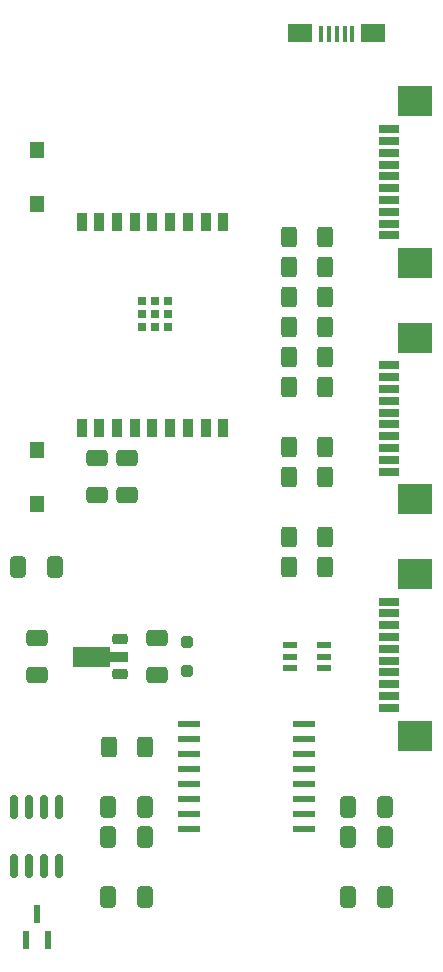
<source format=gbr>
%TF.GenerationSoftware,KiCad,Pcbnew,8.0.6-8.0.6-0~ubuntu24.04.1*%
%TF.CreationDate,2024-12-11T21:38:52+03:00*%
%TF.ProjectId,PM-ESPC3,504d2d45-5350-4433-932e-6b696361645f,rev?*%
%TF.SameCoordinates,Original*%
%TF.FileFunction,Paste,Top*%
%TF.FilePolarity,Positive*%
%FSLAX46Y46*%
G04 Gerber Fmt 4.6, Leading zero omitted, Abs format (unit mm)*
G04 Created by KiCad (PCBNEW 8.0.6-8.0.6-0~ubuntu24.04.1) date 2024-12-11 21:38:52*
%MOMM*%
%LPD*%
G01*
G04 APERTURE LIST*
G04 Aperture macros list*
%AMRoundRect*
0 Rectangle with rounded corners*
0 $1 Rounding radius*
0 $2 $3 $4 $5 $6 $7 $8 $9 X,Y pos of 4 corners*
0 Add a 4 corners polygon primitive as box body*
4,1,4,$2,$3,$4,$5,$6,$7,$8,$9,$2,$3,0*
0 Add four circle primitives for the rounded corners*
1,1,$1+$1,$2,$3*
1,1,$1+$1,$4,$5*
1,1,$1+$1,$6,$7*
1,1,$1+$1,$8,$9*
0 Add four rect primitives between the rounded corners*
20,1,$1+$1,$2,$3,$4,$5,0*
20,1,$1+$1,$4,$5,$6,$7,0*
20,1,$1+$1,$6,$7,$8,$9,0*
20,1,$1+$1,$8,$9,$2,$3,0*%
%AMFreePoly0*
4,1,9,3.862500,-0.866500,0.737500,-0.866500,0.737500,-0.450000,-0.737500,-0.450000,-0.737500,0.450000,0.737500,0.450000,0.737500,0.866500,3.862500,0.866500,3.862500,-0.866500,3.862500,-0.866500,$1*%
G04 Aperture macros list end*
%ADD10RoundRect,0.250000X-0.400000X-0.625000X0.400000X-0.625000X0.400000X0.625000X-0.400000X0.625000X0*%
%ADD11R,1.244600X1.346200*%
%ADD12R,0.889000X1.498600*%
%ADD13R,0.711200X0.711200*%
%ADD14RoundRect,0.250000X-0.412500X-0.650000X0.412500X-0.650000X0.412500X0.650000X-0.412500X0.650000X0*%
%ADD15RoundRect,0.225000X0.425000X0.225000X-0.425000X0.225000X-0.425000X-0.225000X0.425000X-0.225000X0*%
%ADD16FreePoly0,180.000000*%
%ADD17R,0.406400X1.350000*%
%ADD18R,2.108200X1.600200*%
%ADD19R,0.609600X1.549400*%
%ADD20RoundRect,0.250000X-0.650000X0.412500X-0.650000X-0.412500X0.650000X-0.412500X0.650000X0.412500X0*%
%ADD21RoundRect,0.150000X-0.150000X0.825000X-0.150000X-0.825000X0.150000X-0.825000X0.150000X0.825000X0*%
%ADD22R,1.803400X0.635000*%
%ADD23R,2.997200X2.590800*%
%ADD24RoundRect,0.250000X-0.250000X0.250000X-0.250000X-0.250000X0.250000X-0.250000X0.250000X0.250000X0*%
%ADD25RoundRect,0.250000X0.400000X0.625000X-0.400000X0.625000X-0.400000X-0.625000X0.400000X-0.625000X0*%
%ADD26RoundRect,0.250000X0.412500X0.650000X-0.412500X0.650000X-0.412500X-0.650000X0.412500X-0.650000X0*%
%ADD27R,1.181100X0.558800*%
%ADD28RoundRect,0.250000X0.650000X-0.412500X0.650000X0.412500X-0.650000X0.412500X-0.650000X-0.412500X0*%
%ADD29R,1.854200X0.482600*%
G04 APERTURE END LIST*
D10*
%TO.C,R9*%
X-4090000Y22860000D03*
X-990000Y22860000D03*
%TD*%
D11*
%TO.C,SW2*%
X-25400000Y2794000D03*
X-25400000Y7366000D03*
%TD*%
D12*
%TO.C,U1*%
X-21609998Y9170000D03*
X-20109999Y9170000D03*
X-18609999Y9170000D03*
X-17110000Y9170000D03*
X-15610000Y9170000D03*
X-14110000Y9170000D03*
X-12609998Y9170000D03*
X-11109999Y9170000D03*
X-9609999Y9170000D03*
X-9610002Y26670000D03*
X-11110001Y26670000D03*
X-12610001Y26670000D03*
X-14110000Y26670000D03*
X-15610000Y26670000D03*
X-17110000Y26670000D03*
X-18610002Y26670000D03*
X-20110001Y26670000D03*
X-21610001Y26670000D03*
D13*
X-16510000Y17780000D03*
X-15410000Y17780000D03*
X-14310000Y17780000D03*
X-16510000Y18880000D03*
X-15410000Y18880000D03*
X-14310000Y18880000D03*
X-16510000Y19980000D03*
X-15410000Y19980000D03*
X-14310000Y19980000D03*
%TD*%
D14*
%TO.C,C9*%
X977500Y-22860000D03*
X4102500Y-22860000D03*
%TD*%
D15*
%TO.C,U2*%
X-18370000Y-11660000D03*
D16*
X-18457500Y-10160000D03*
D15*
X-18370000Y-8660000D03*
%TD*%
D17*
%TO.C,J1*%
X1300000Y42527092D03*
X650014Y42527092D03*
X28Y42527092D03*
X-649958Y42527092D03*
D18*
X3100027Y42652200D03*
D17*
X-1299944Y42527092D03*
D18*
X-3099971Y42652200D03*
%TD*%
D10*
%TO.C,R11*%
X-4090000Y7620000D03*
X-990000Y7620000D03*
%TD*%
D19*
%TO.C,CR1*%
X-26350001Y-34124900D03*
X-24449999Y-34124900D03*
X-25400000Y-31915100D03*
%TD*%
D20*
%TO.C,C4*%
X-15240000Y-8597500D03*
X-15240000Y-11722500D03*
%TD*%
D21*
%TO.C,U3*%
X-23495000Y-22925000D03*
X-24765000Y-22925000D03*
X-26035000Y-22925000D03*
X-27305000Y-22925000D03*
X-27305000Y-27875000D03*
X-26035000Y-27875000D03*
X-24765000Y-27875000D03*
X-23495000Y-27875000D03*
%TD*%
D14*
%TO.C,C6*%
X977500Y-25400000D03*
X4102500Y-25400000D03*
%TD*%
D22*
%TO.C,J8*%
X4444000Y25500009D03*
X4444000Y26500007D03*
X4444000Y27500005D03*
X4444000Y28500003D03*
X4444000Y29500001D03*
X4444000Y30499999D03*
X4444000Y31499997D03*
X4444000Y32499995D03*
X4444000Y33499993D03*
X4444000Y34499991D03*
D23*
X6614001Y23149998D03*
X6614001Y36850002D03*
%TD*%
D10*
%TO.C,R10*%
X-4090000Y5080000D03*
X-990000Y5080000D03*
%TD*%
D24*
%TO.C,D3*%
X-12700000Y-8910000D03*
X-12700000Y-11410000D03*
%TD*%
D25*
%TO.C,R5*%
X-16230000Y-17780000D03*
X-19330000Y-17780000D03*
%TD*%
%TO.C,R4*%
X-990000Y0D03*
X-4090000Y0D03*
%TD*%
D20*
%TO.C,C3*%
X-17780000Y6642500D03*
X-17780000Y3517500D03*
%TD*%
D26*
%TO.C,C1*%
X-23837500Y-2540000D03*
X-26962500Y-2540000D03*
%TD*%
D27*
%TO.C,U5*%
X-4006850Y-9209999D03*
X-4006850Y-10160000D03*
X-4006850Y-11110001D03*
X-1073150Y-11110001D03*
X-1073150Y-10160000D03*
X-1073150Y-9209999D03*
%TD*%
D26*
%TO.C,C8*%
X-16217500Y-25400000D03*
X-19342500Y-25400000D03*
%TD*%
D10*
%TO.C,R7*%
X-4090000Y-2540000D03*
X-990000Y-2540000D03*
%TD*%
%TO.C,R6*%
X-4090000Y25400000D03*
X-990000Y25400000D03*
%TD*%
D14*
%TO.C,C11*%
X977500Y-30480000D03*
X4102500Y-30480000D03*
%TD*%
D22*
%TO.C,J5*%
X4444000Y-14499991D03*
X4444000Y-13499993D03*
X4444000Y-12499995D03*
X4444000Y-11499997D03*
X4444000Y-10499999D03*
X4444000Y-9500001D03*
X4444000Y-8500003D03*
X4444000Y-7500005D03*
X4444000Y-6500007D03*
X4444000Y-5500009D03*
D23*
X6614001Y-16850002D03*
X6614001Y-3149998D03*
%TD*%
D10*
%TO.C,R2*%
X-4090000Y15240000D03*
X-990000Y15240000D03*
%TD*%
%TO.C,R3*%
X-4090000Y12700000D03*
X-990000Y12700000D03*
%TD*%
D11*
%TO.C,SW1*%
X-25400000Y32766000D03*
X-25400000Y28194000D03*
%TD*%
D22*
%TO.C,J2*%
X4444000Y5500009D03*
X4444000Y6500007D03*
X4444000Y7500005D03*
X4444000Y8500003D03*
X4444000Y9500001D03*
X4444000Y10499999D03*
X4444000Y11499997D03*
X4444000Y12499995D03*
X4444000Y13499993D03*
X4444000Y14499991D03*
D23*
X6614001Y3149998D03*
X6614001Y16850002D03*
%TD*%
D10*
%TO.C,R1*%
X-4090000Y17780000D03*
X-990000Y17780000D03*
%TD*%
D26*
%TO.C,C10*%
X-16217500Y-22860000D03*
X-19342500Y-22860000D03*
%TD*%
D28*
%TO.C,C2*%
X-20320000Y3517500D03*
X-20320000Y6642500D03*
%TD*%
D20*
%TO.C,C5*%
X-25400000Y-8597500D03*
X-25400000Y-11722500D03*
%TD*%
D29*
%TO.C,U4*%
X-2743200Y-24765000D03*
X-2743200Y-23495000D03*
X-2743200Y-22225000D03*
X-2743200Y-20955000D03*
X-2743200Y-19685000D03*
X-2743200Y-18415000D03*
X-2743200Y-17145000D03*
X-2743200Y-15875000D03*
X-12496800Y-15875000D03*
X-12496800Y-17145000D03*
X-12496800Y-18415000D03*
X-12496800Y-19685000D03*
X-12496800Y-20955000D03*
X-12496800Y-22225000D03*
X-12496800Y-23495000D03*
X-12496800Y-24765000D03*
%TD*%
D10*
%TO.C,R8*%
X-4090000Y20320000D03*
X-990000Y20320000D03*
%TD*%
D26*
%TO.C,C7*%
X-16217500Y-30480000D03*
X-19342500Y-30480000D03*
%TD*%
M02*

</source>
